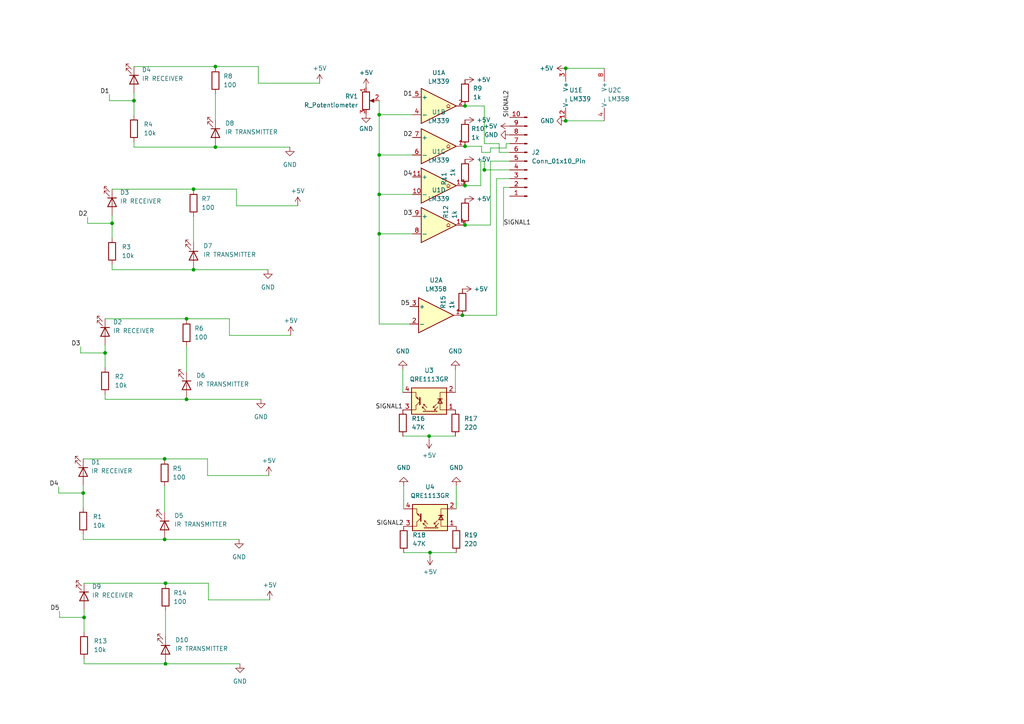
<source format=kicad_sch>
(kicad_sch (version 20230121) (generator eeschema)
  (paper "A4")
  (lib_symbols
    (symbol "Amplifier_Operational:LM358" (pin_names (offset 0.127))
      (property "Reference" "U" (at 0 5.08 0))
      (property "Value" "LM358" (at 0 -5.08 0))
      (symbol "LM358_1_1"
        (polyline (pts (xy -5.08 5.08) (xy 5.08 0) (xy -5.08 -5.08) (xy -5.08 5.08)) (stroke (width 0.254)) (fill (type background)))
        (pin output line (at 7.62 0 180) (length 2.54) (name "~") (number "1"))
        (pin input line (at -7.62 -2.54 0) (length 2.54) (name "-") (number "2"))
        (pin input line (at -7.62 2.54 0) (length 2.54) (name "+") (number "3"))
      )
      (symbol "LM358_2_1"
        (polyline (pts (xy -5.08 5.08) (xy 5.08 0) (xy -5.08 -5.08) (xy -5.08 5.08)) (stroke (width 0.254)) (fill (type background)))
        (pin input line (at -7.62 2.54 0) (length 2.54) (name "+") (number "5"))
        (pin input line (at -7.62 -2.54 0) (length 2.54) (name "-") (number "6"))
        (pin output line (at 7.62 0 180) (length 2.54) (name "~") (number "7"))
      )
      (symbol "LM358_3_1"
        (pin power_in line (at -2.54 -7.62 90) (length 3.81) (name "V-") (number "4"))
        (pin power_in line (at -2.54 7.62 270) (length 3.81) (name "V+") (number "8"))
      )
    )
    (symbol "Comparator:LM339" (pin_names (offset 0.127))
      (property "Reference" "U" (at 0 5.08 0))
      (property "Value" "LM339" (at 0 -5.08 0))
      (symbol "LM339_1_1"
        (polyline (pts (xy -5.08 5.08) (xy 5.08 0) (xy -5.08 -5.08) (xy -5.08 5.08)) (stroke (width 0.254)) (fill (type background)))
        (polyline (pts (xy 3.302 -0.508) (xy 2.794 -0.508) (xy 3.302 0) (xy 2.794 0.508) (xy 2.286 0) (xy 2.794 -0.508) (xy 2.286 -0.508)) (stroke (width 0.127)))
        (pin open_collector line (at 7.62 0 180) (length 2.54) (name "~") (number "2"))
        (pin input line (at -7.62 -2.54 0) (length 2.54) (name "-") (number "4"))
        (pin input line (at -7.62 2.54 0) (length 2.54) (name "+") (number "5"))
      )
      (symbol "LM339_2_1"
        (polyline (pts (xy -5.08 5.08) (xy 5.08 0) (xy -5.08 -5.08) (xy -5.08 5.08)) (stroke (width 0.254)) (fill (type background)))
        (polyline (pts (xy 3.302 -0.508) (xy 2.794 -0.508) (xy 3.302 0) (xy 2.794 0.508) (xy 2.286 0) (xy 2.794 -0.508) (xy 2.286 -0.508)) (stroke (width 0.127)))
        (pin open_collector line (at 7.62 0 180) (length 2.54) (name "~") (number "1"))
        (pin input line (at -7.62 -2.54 0) (length 2.54) (name "-") (number "6"))
        (pin input line (at -7.62 2.54 0) (length 2.54) (name "+") (number "7"))
      )
      (symbol "LM339_3_1"
        (polyline (pts (xy -5.08 5.08) (xy 5.08 0) (xy -5.08 -5.08) (xy -5.08 5.08)) (stroke (width 0.254)) (fill (type background)))
        (polyline (pts (xy 3.302 -0.508) (xy 2.794 -0.508) (xy 3.302 0) (xy 2.794 0.508) (xy 2.286 0) (xy 2.794 -0.508) (xy 2.286 -0.508)) (stroke (width 0.127)))
        (pin input line (at -7.62 -2.54 0) (length 2.54) (name "-") (number "10"))
        (pin input line (at -7.62 2.54 0) (length 2.54) (name "+") (number "11"))
        (pin open_collector line (at 7.62 0 180) (length 2.54) (name "~") (number "13"))
      )
      (symbol "LM339_4_1"
        (polyline (pts (xy -5.08 5.08) (xy 5.08 0) (xy -5.08 -5.08) (xy -5.08 5.08)) (stroke (width 0.254)) (fill (type background)))
        (polyline (pts (xy 3.302 -0.508) (xy 2.794 -0.508) (xy 3.302 0) (xy 2.794 0.508) (xy 2.286 0) (xy 2.794 -0.508) (xy 2.286 -0.508)) (stroke (width 0.127)))
        (pin open_collector line (at 7.62 0 180) (length 2.54) (name "~") (number "14"))
        (pin input line (at -7.62 -2.54 0) (length 2.54) (name "-") (number "8"))
        (pin input line (at -7.62 2.54 0) (length 2.54) (name "+") (number "9"))
      )
      (symbol "LM339_5_1"
        (pin power_in line (at -2.54 -7.62 90) (length 3.81) (name "V-") (number "12"))
        (pin power_in line (at -2.54 7.62 270) (length 3.81) (name "V+") (number "3"))
      )
    )
    (symbol "Connector:Conn_01x10_Pin" (pin_names (offset 1.016) hide)
      (property "Reference" "J" (at 0 12.7 0))
      (property "Value" "Conn_01x10_Pin" (at 0 -15.24 0))
      (symbol "Conn_01x10_Pin_1_1"
        (polyline (pts (xy 1.27 -12.7) (xy 0.8636 -12.7)) (stroke (width 0.1524)))
        (polyline (pts (xy 1.27 -10.16) (xy 0.8636 -10.16)) (stroke (width 0.1524)))
        (polyline (pts (xy 1.27 -7.62) (xy 0.8636 -7.62)) (stroke (width 0.1524)))
        (polyline (pts (xy 1.27 -5.08) (xy 0.8636 -5.08)) (stroke (width 0.1524)))
        (polyline (pts (xy 1.27 -2.54) (xy 0.8636 -2.54)) (stroke (width 0.1524)))
        (polyline (pts (xy 1.27 0) (xy 0.8636 0)) (stroke (width 0.1524)))
        (polyline (pts (xy 1.27 2.54) (xy 0.8636 2.54)) (stroke (width 0.1524)))
        (polyline (pts (xy 1.27 5.08) (xy 0.8636 5.08)) (stroke (width 0.1524)))
        (polyline (pts (xy 1.27 7.62) (xy 0.8636 7.62)) (stroke (width 0.1524)))
        (polyline (pts (xy 1.27 10.16) (xy 0.8636 10.16)) (stroke (width 0.1524)))
        (rectangle (start 0.8636 -12.573) (end 0 -12.827) (stroke (width 0.1524)) (fill (type outline)))
        (rectangle (start 0.8636 -10.033) (end 0 -10.287) (stroke (width 0.1524)) (fill (type outline)))
        (rectangle (start 0.8636 -7.493) (end 0 -7.747) (stroke (width 0.1524)) (fill (type outline)))
        (rectangle (start 0.8636 -4.953) (end 0 -5.207) (stroke (width 0.1524)) (fill (type outline)))
        (rectangle (start 0.8636 -2.413) (end 0 -2.667) (stroke (width 0.1524)) (fill (type outline)))
        (rectangle (start 0.8636 0.127) (end 0 -0.127) (stroke (width 0.1524)) (fill (type outline)))
        (rectangle (start 0.8636 2.667) (end 0 2.413) (stroke (width 0.1524)) (fill (type outline)))
        (rectangle (start 0.8636 5.207) (end 0 4.953) (stroke (width 0.1524)) (fill (type outline)))
        (rectangle (start 0.8636 7.747) (end 0 7.493) (stroke (width 0.1524)) (fill (type outline)))
        (rectangle (start 0.8636 10.287) (end 0 10.033) (stroke (width 0.1524)) (fill (type outline)))
        (pin passive line (at 5.08 10.16 180) (length 3.81) (name "Pin_1") (number "1"))
        (pin passive line (at 5.08 -12.7 180) (length 3.81) (name "Pin_10") (number "10"))
        (pin passive line (at 5.08 7.62 180) (length 3.81) (name "Pin_2") (number "2"))
        (pin passive line (at 5.08 5.08 180) (length 3.81) (name "Pin_3") (number "3"))
        (pin passive line (at 5.08 2.54 180) (length 3.81) (name "Pin_4") (number "4"))
        (pin passive line (at 5.08 0 180) (length 3.81) (name "Pin_5") (number "5"))
        (pin passive line (at 5.08 -2.54 180) (length 3.81) (name "Pin_6") (number "6"))
        (pin passive line (at 5.08 -5.08 180) (length 3.81) (name "Pin_7") (number "7"))
        (pin passive line (at 5.08 -7.62 180) (length 3.81) (name "Pin_8") (number "8"))
        (pin passive line (at 5.08 -10.16 180) (length 3.81) (name "Pin_9") (number "9"))
      )
    )
    (symbol "Device:LED" (pin_numbers hide) (pin_names (offset 1.016) hide)
      (property "Reference" "D" (at 0 2.54 0))
      (property "Value" "LED" (at 0 -2.54 0))
      (symbol "LED_0_1"
        (polyline (pts (xy -1.27 -1.27) (xy -1.27 1.27)) (stroke (width 0.254)))
        (polyline (pts (xy -1.27 0) (xy 1.27 0)))
        (polyline (pts (xy 1.27 -1.27) (xy 1.27 1.27) (xy -1.27 0) (xy 1.27 -1.27)) (stroke (width 0.254)))
        (polyline (pts (xy -3.048 -0.762) (xy -4.572 -2.286) (xy -3.81 -2.286) (xy -4.572 -2.286) (xy -4.572 -1.524)))
        (polyline (pts (xy -1.778 -0.762) (xy -3.302 -2.286) (xy -2.54 -2.286) (xy -3.302 -2.286) (xy -3.302 -1.524)))
      )
      (symbol "LED_1_1"
        (pin passive line (at -3.81 0 0) (length 2.54) (name "K") (number "1"))
        (pin passive line (at 3.81 0 180) (length 2.54) (name "A") (number "2"))
      )
    )
    (symbol "Device:R" (pin_numbers hide) (pin_names (offset 0))
      (property "Reference" "R" (at 2.032 0 90))
      (property "Value" "R" (at 0 0 90))
      (symbol "R_0_1"
        (rectangle (start -1.016 -2.54) (end 1.016 2.54) (stroke (width 0.254)))
      )
      (symbol "R_1_1"
        (pin passive line (at 0 3.81 270) (length 1.27) (name "~") (number "1"))
        (pin passive line (at 0 -3.81 90) (length 1.27) (name "~") (number "2"))
      )
    )
    (symbol "Device:R_Potentiometer" (pin_names (offset 1.016) hide)
      (property "Reference" "RV" (at -4.445 0 90))
      (property "Value" "R_Potentiometer" (at -2.54 0 90))
      (symbol "R_Potentiometer_0_1"
        (polyline (pts (xy 2.54 0) (xy 1.524 0)))
        (polyline (pts (xy 1.143 0) (xy 2.286 0.508) (xy 2.286 -0.508) (xy 1.143 0)) (fill (type outline)))
        (rectangle (start 1.016 2.54) (end -1.016 -2.54) (stroke (width 0.254)))
      )
      (symbol "R_Potentiometer_1_1"
        (pin passive line (at 0 3.81 270) (length 1.27) (name "1") (number "1"))
        (pin passive line (at 3.81 0 180) (length 1.27) (name "2") (number "2"))
        (pin passive line (at 0 -3.81 90) (length 1.27) (name "3") (number "3"))
      )
    )
    (symbol "Sensor_Proximity:QRE1113GR" (pin_names (offset 0.0254) hide)
      (property "Reference" "U" (at -3.81 5.08 0))
      (property "Value" "QRE1113GR" (at 11.43 5.08 0))
      (symbol "QRE1113GR_0_1"
        (polyline (pts (xy -3.81 -0.635) (xy -2.54 -0.635)) (stroke (width 0.254)))
        (polyline (pts (xy -2.286 2.921) (xy -2.032 3.175)))
        (polyline (pts (xy -1.778 2.921) (xy -1.524 3.175)))
        (polyline (pts (xy -1.524 2.667) (xy -1.651 2.159)))
        (polyline (pts (xy -1.27 2.921) (xy -1.016 3.175)))
        (polyline (pts (xy -1.143 1.905) (xy -1.27 1.397)))
        (polyline (pts (xy -0.762 2.921) (xy -0.508 3.175)))
        (polyline (pts (xy -0.254 2.921) (xy 0 3.175)))
        (polyline (pts (xy 0.254 2.921) (xy 0.508 3.175)))
        (polyline (pts (xy 0.762 2.921) (xy 1.016 3.175)))
        (polyline (pts (xy 1.27 2.921) (xy 1.524 3.175)))
        (polyline (pts (xy 1.651 0.889) (xy 1.143 1.016)))
        (polyline (pts (xy 1.778 2.921) (xy -2.413 2.921)))
        (polyline (pts (xy 2.032 1.651) (xy 1.524 1.778)))
        (polyline (pts (xy 2.667 -0.127) (xy 3.81 -1.27)))
        (polyline (pts (xy 2.667 0.127) (xy 3.81 1.27)))
        (polyline (pts (xy -2.54 1.651) (xy -1.524 2.667) (xy -2.032 2.54)))
        (polyline (pts (xy -2.159 0.889) (xy -1.143 1.905) (xy -1.651 1.778)))
        (polyline (pts (xy 0.635 1.905) (xy 1.651 0.889) (xy 1.524 1.397)))
        (polyline (pts (xy 1.016 2.667) (xy 2.032 1.651) (xy 1.905 2.159)))
        (polyline (pts (xy 2.667 1.016) (xy 2.667 -1.016) (xy 2.667 -1.016)) (stroke (width 0.3556)))
        (polyline (pts (xy 3.81 -1.27) (xy 3.81 -2.54) (xy 5.08 -2.54)))
        (polyline (pts (xy 3.81 1.27) (xy 3.81 2.54) (xy 5.08 2.54)))
        (polyline (pts (xy -5.08 -2.54) (xy -3.175 -2.54) (xy -3.175 2.54) (xy -5.08 2.54)))
        (polyline (pts (xy -3.175 -0.635) (xy -3.81 0.635) (xy -2.54 0.635) (xy -3.175 -0.635)) (stroke (width 0.254)))
        (polyline (pts (xy 3.683 -1.143) (xy 3.429 -0.635) (xy 3.175 -0.889) (xy 3.683 -1.143)))
        (polyline (pts (xy -5.08 -3.81) (xy 5.08 -3.81) (xy 5.08 3.81) (xy -5.08 3.81) (xy -5.08 -3.81)) (stroke (width 0.254)) (fill (type background)))
      )
      (symbol "QRE1113GR_1_1"
        (pin passive line (at -7.62 2.54 0) (length 2.54) (name "A") (number "1"))
        (pin passive line (at -7.62 -2.54 0) (length 2.54) (name "K") (number "2"))
        (pin open_collector line (at 7.62 2.54 180) (length 2.54) (name "~") (number "3"))
        (pin open_emitter line (at 7.62 -2.54 180) (length 2.54) (name "~") (number "4"))
      )
    )
    (symbol "power:+5V" (power) (pin_names (offset 0))
      (property "Value" "+5V" (at 0 3.556 0))
      (symbol "+5V_0_1"
        (polyline (pts (xy -0.762 1.27) (xy 0 2.54)))
        (polyline (pts (xy 0 0) (xy 0 2.54)))
        (polyline (pts (xy 0 2.54) (xy 0.762 1.27)))
      )
      (symbol "+5V_1_1"
        (pin power_in line (at 0 0 90) (length 0) hide (name "+5V") (number "1"))
      )
    )
    (symbol "power:GND" (power) (pin_names (offset 0))
      (property "Value" "GND" (at 0 -3.81 0))
      (symbol "GND_0_1"
        (polyline (pts (xy 0 0) (xy 0 -1.27) (xy 1.27 -1.27) (xy 0 -2.54) (xy -1.27 -1.27) (xy 0 -1.27)))
      )
      (symbol "GND_1_1"
        (pin power_in line (at 0 0 270) (length 0) hide (name "GND") (number "1"))
      )
    )
  )
  (junction (at 47.752 156.464))
  (junction (at 124.714 160.274))
  (junction (at 109.982 33.274))
  (junction (at 24.13 143.002))
  (junction (at 134.874 53.848))
  (junction (at 109.982 67.818))
  (junction (at 134.874 65.278))
  (junction (at 56.134 78.232))
  (junction (at 134.874 42.418))
  (junction (at 48.006 192.532))
  (junction (at 164.084 19.812))
  (junction (at 30.48 102.362))
  (junction (at 140.462 49.276))
  (junction (at 109.982 56.388))
  (junction (at 56.134 54.864))
  (junction (at 48.006 169.164))
  (junction (at 109.982 44.958))
  (junction (at 32.512 64.77))
  (junction (at 24.384 179.07))
  (junction (at 134.112 91.44))
  (junction (at 62.484 42.672))
  (junction (at 164.084 35.052))
  (junction (at 47.752 133.096))
  (junction (at 134.874 30.734))
  (junction (at 54.102 92.456))
  (junction (at 54.102 115.824))
  (junction (at 38.862 29.21))
  (junction (at 124.46 126.492))
  (junction (at 62.484 19.304))
  (wire (pts (xy 48.006 177.038) (xy 48.006 184.658)))
  (wire (pts (xy 75.692 115.824) (xy 54.102 115.824)))
  (wire (pts (xy 60.198 137.922) (xy 60.198 133.096)))
  (wire (pts (xy 139.446 46.736) (xy 139.446 53.848)))
  (wire (pts (xy 78.232 173.99) (xy 60.452 173.99)))
  (wire (pts (xy 47.752 133.096) (xy 47.752 133.35)))
  (wire (pts (xy 109.982 44.958) (xy 109.982 56.388)))
  (wire (pts (xy 24.384 183.388) (xy 24.384 179.07)))
  (wire (pts (xy 23.368 102.362) (xy 30.48 102.362)))
  (wire (pts (xy 66.548 97.282) (xy 66.548 92.456)))
  (wire (pts (xy 62.484 27.178) (xy 62.484 34.798)))
  (wire (pts (xy 54.102 115.57) (xy 54.102 115.824)))
  (wire (pts (xy 30.48 92.456) (xy 54.102 92.456)))
  (wire (pts (xy 60.198 133.096) (xy 47.752 133.096)))
  (wire (pts (xy 144.018 91.44) (xy 134.112 91.44)))
  (wire (pts (xy 62.484 19.304) (xy 62.484 19.558)))
  (wire (pts (xy 24.13 154.94) (xy 24.13 156.464)))
  (wire (pts (xy 69.596 192.532) (xy 48.006 192.532)))
  (wire (pts (xy 17.018 141.224) (xy 17.018 143.002)))
  (wire (pts (xy 117.094 160.274) (xy 124.714 160.274)))
  (wire (pts (xy 38.862 29.21) (xy 38.862 26.924)))
  (wire (pts (xy 139.446 46.736) (xy 140.462 46.736)))
  (wire (pts (xy 134.874 30.734) (xy 140.462 30.734)))
  (wire (pts (xy 146.812 41.656) (xy 147.828 41.656)))
  (wire (pts (xy 38.862 42.672) (xy 62.484 42.672)))
  (wire (pts (xy 24.13 147.32) (xy 24.13 143.002)))
  (wire (pts (xy 68.58 59.69) (xy 68.58 54.864)))
  (wire (pts (xy 24.384 191.008) (xy 24.384 192.532)))
  (wire (pts (xy 119.634 56.388) (xy 109.982 56.388)))
  (wire (pts (xy 117.094 140.97) (xy 117.094 147.574)))
  (wire (pts (xy 24.13 143.002) (xy 24.13 140.716)))
  (wire (pts (xy 24.384 169.164) (xy 48.006 169.164)))
  (wire (pts (xy 31.75 27.432) (xy 31.75 29.21)))
  (wire (pts (xy 147.828 51.816) (xy 144.018 51.816)))
  (wire (pts (xy 54.102 100.33) (xy 54.102 107.95)))
  (wire (pts (xy 68.58 54.864) (xy 56.134 54.864)))
  (wire (pts (xy 31.75 29.21) (xy 38.862 29.21)))
  (wire (pts (xy 142.24 44.196) (xy 142.24 42.926)))
  (wire (pts (xy 139.7 42.418) (xy 134.874 42.418)))
  (wire (pts (xy 146.05 65.532) (xy 146.05 54.356)))
  (wire (pts (xy 124.46 126.492) (xy 132.08 126.492)))
  (wire (pts (xy 48.006 169.164) (xy 48.006 169.418)))
  (wire (pts (xy 25.4 64.77) (xy 32.512 64.77)))
  (wire (pts (xy 56.134 77.978) (xy 56.134 78.232)))
  (wire (pts (xy 54.102 92.456) (xy 54.102 92.71)))
  (wire (pts (xy 140.462 46.736) (xy 140.462 49.276)))
  (wire (pts (xy 48.006 192.278) (xy 48.006 192.532)))
  (wire (pts (xy 144.78 41.656) (xy 144.78 44.196)))
  (wire (pts (xy 32.512 64.77) (xy 32.512 62.484)))
  (wire (pts (xy 164.084 35.052) (xy 175.26 35.052)))
  (wire (pts (xy 132.334 140.97) (xy 132.334 147.574)))
  (wire (pts (xy 30.48 106.68) (xy 30.48 102.362)))
  (wire (pts (xy 124.714 160.274) (xy 132.334 160.274)))
  (wire (pts (xy 109.982 29.21) (xy 109.982 33.274)))
  (wire (pts (xy 116.84 126.492) (xy 124.46 126.492)))
  (wire (pts (xy 56.134 62.738) (xy 56.134 70.358)))
  (wire (pts (xy 142.24 46.736) (xy 147.828 46.736)))
  (wire (pts (xy 77.724 78.232) (xy 56.134 78.232)))
  (wire (pts (xy 139.7 44.196) (xy 142.24 44.196)))
  (wire (pts (xy 23.368 100.584) (xy 23.368 102.362)))
  (wire (pts (xy 124.714 161.29) (xy 124.714 160.274)))
  (wire (pts (xy 32.512 69.088) (xy 32.512 64.77)))
  (wire (pts (xy 24.13 156.464) (xy 47.752 156.464)))
  (wire (pts (xy 24.384 179.07) (xy 24.384 176.784)))
  (wire (pts (xy 142.24 65.278) (xy 134.874 65.278)))
  (wire (pts (xy 144.018 51.816) (xy 144.018 91.44)))
  (wire (pts (xy 139.7 44.196) (xy 139.7 42.418)))
  (wire (pts (xy 142.24 46.736) (xy 142.24 65.278)))
  (wire (pts (xy 56.134 54.864) (xy 56.134 55.118)))
  (wire (pts (xy 17.018 143.002) (xy 24.13 143.002)))
  (wire (pts (xy 32.512 76.708) (xy 32.512 78.232)))
  (wire (pts (xy 77.978 137.922) (xy 60.198 137.922)))
  (wire (pts (xy 140.462 41.656) (xy 144.78 41.656)))
  (wire (pts (xy 132.08 107.188) (xy 132.08 113.792)))
  (wire (pts (xy 140.462 41.656) (xy 140.462 30.734)))
  (wire (pts (xy 86.36 59.69) (xy 68.58 59.69)))
  (wire (pts (xy 30.48 114.3) (xy 30.48 115.824)))
  (wire (pts (xy 30.48 102.362) (xy 30.48 100.076)))
  (wire (pts (xy 30.48 115.824) (xy 54.102 115.824)))
  (wire (pts (xy 47.752 140.97) (xy 47.752 148.59)))
  (wire (pts (xy 66.548 92.456) (xy 54.102 92.456)))
  (wire (pts (xy 32.512 78.232) (xy 56.134 78.232)))
  (wire (pts (xy 146.05 54.356) (xy 147.828 54.356)))
  (wire (pts (xy 118.872 93.98) (xy 109.982 93.98)))
  (wire (pts (xy 146.812 42.926) (xy 146.812 41.656)))
  (wire (pts (xy 60.452 169.164) (xy 48.006 169.164)))
  (wire (pts (xy 109.982 33.274) (xy 109.982 44.958)))
  (wire (pts (xy 25.4 62.992) (xy 25.4 64.77)))
  (wire (pts (xy 38.862 19.304) (xy 62.484 19.304)))
  (wire (pts (xy 124.46 127.508) (xy 124.46 126.492)))
  (wire (pts (xy 140.462 49.276) (xy 147.828 49.276)))
  (wire (pts (xy 38.862 41.148) (xy 38.862 42.672)))
  (wire (pts (xy 92.71 24.13) (xy 74.93 24.13)))
  (wire (pts (xy 60.452 173.99) (xy 60.452 169.164)))
  (wire (pts (xy 32.512 54.864) (xy 56.134 54.864)))
  (wire (pts (xy 62.484 42.418) (xy 62.484 42.672)))
  (wire (pts (xy 144.78 44.196) (xy 147.828 44.196)))
  (wire (pts (xy 116.84 107.188) (xy 116.84 113.792)))
  (wire (pts (xy 109.982 67.818) (xy 119.634 67.818)))
  (wire (pts (xy 17.272 177.292) (xy 17.272 179.07)))
  (wire (pts (xy 69.342 156.464) (xy 47.752 156.464)))
  (wire (pts (xy 24.384 192.532) (xy 48.006 192.532)))
  (wire (pts (xy 24.13 133.096) (xy 47.752 133.096)))
  (wire (pts (xy 38.862 33.528) (xy 38.862 29.21)))
  (wire (pts (xy 74.93 19.304) (xy 62.484 19.304)))
  (wire (pts (xy 74.93 24.13) (xy 74.93 19.304)))
  (wire (pts (xy 84.328 97.282) (xy 66.548 97.282)))
  (wire (pts (xy 109.982 56.388) (xy 109.982 67.818)))
  (wire (pts (xy 140.462 49.276) (xy 140.462 49.784)))
  (wire (pts (xy 175.26 19.812) (xy 164.084 19.812)))
  (wire (pts (xy 139.446 53.848) (xy 134.874 53.848)))
  (wire (pts (xy 119.634 44.958) (xy 109.982 44.958)))
  (wire (pts (xy 17.272 179.07) (xy 24.384 179.07)))
  (wire (pts (xy 47.752 156.21) (xy 47.752 156.464)))
  (wire (pts (xy 142.24 42.926) (xy 146.812 42.926)))
  (wire (pts (xy 109.982 33.274) (xy 119.634 33.274)))
  (wire (pts (xy 84.074 42.672) (xy 62.484 42.672)))
  (wire (pts (xy 109.982 93.98) (xy 109.982 67.818)))
  (label "D1" (at 119.634 28.194 180))
  (label "D4" (at 17.018 141.224 180))
  (label "SIGNAL1" (at 146.05 65.532 0))
  (label "D1" (at 31.75 27.432 180))
  (label "D5" (at 118.872 88.9 180))
  (label "SIGNAL1" (at 116.84 118.872 180))
  (label "D5" (at 17.272 177.292 180))
  (label "D3" (at 119.634 62.738 180))
  (label "SIGNAL2" (at 117.094 152.654 180))
  (label "D2" (at 25.4 62.992 180))
  (label "D4" (at 119.634 51.308 180))
  (label "SIGNAL2" (at 147.828 34.036 90))
  (label "D3" (at 23.368 100.584 180))
  (label "D2" (at 119.634 39.878 180))
  (symbol (lib_id "Device:R") (at 32.512 72.898 0) (unit 1)
    (property "Reference" "R3" (at 35.306 71.628 0) (effects (justify left)))
    (property "Value" "10k" (at 35.306 74.168 0) (effects (justify left)))
    (property "Footprint" "Resistor_THT:R_Axial_DIN0411_L9.9mm_D3.6mm_P5.08mm_Vertical" (effects hide))
  )
  (symbol (lib_id "Device:LED") (at 32.512 58.674 270) (unit 1)
    (property "Reference" "D3" (at 34.798 55.8165 90) (effects (justify left)))
    (property "Value" "IR RECEIVER" (at 34.798 58.3565 90) (effects (justify left)))
    (property "Footprint" "LED_THT:LED_D5.0mm" (effects hide))
  )
  (symbol (lib_id "Device:LED") (at 38.862 23.114 270) (unit 1)
    (property "Reference" "D4" (at 41.148 20.2565 90) (effects (justify left)))
    (property "Value" "IR RECEIVER" (at 41.148 22.7965 90) (effects (justify left)))
    (property "Footprint" "LED_THT:LED_D5.0mm" (effects hide))
  )
  (symbol (lib_id "power:+5V") (at 92.71 24.13 0) (unit 1)
    (property "Reference" "#PWR08" (effects hide))
    (property "Value" "+5V" (at 92.71 19.812 0))
  )
  (symbol (lib_id "Device:LED") (at 48.006 188.468 270) (unit 1)
    (property "Reference" "D10" (at 50.8 185.6105 90) (effects (justify left)))
    (property "Value" "IR TRANSMITTER" (at 50.8 188.1505 90) (effects (justify left)))
    (property "Footprint" "LED_THT:LED_D5.0mm" (effects hide))
  )
  (symbol (lib_id "power:+5V") (at 124.714 161.29 180) (unit 1)
    (property "Reference" "#PWR026" (effects hide))
    (property "Value" "+5V" (at 124.714 165.862 0))
  )
  (symbol (lib_id "power:GND") (at 84.074 42.672 0) (unit 1)
    (property "Reference" "#PWR05" (effects hide))
    (property "Value" "GND" (at 84.074 47.752 0))
  )
  (symbol (lib_id "Device:R") (at 134.874 38.608 180) (unit 1)
    (property "Reference" "R10" (at 136.652 37.338 0) (effects (justify right)))
    (property "Value" "1k" (at 136.652 39.878 0) (effects (justify right)))
    (property "Footprint" "Resistor_SMD:R_1206_3216Metric_Pad1.30x1.75mm_HandSolder" (effects hide))
  )
  (symbol (lib_id "Device:LED") (at 56.134 74.168 270) (unit 1)
    (property "Reference" "D7" (at 58.928 71.3105 90) (effects (justify left)))
    (property "Value" "IR TRANSMITTER" (at 58.928 73.8505 90) (effects (justify left)))
    (property "Footprint" "LED_THT:LED_D5.0mm" (effects hide))
  )
  (symbol (lib_id "Device:R") (at 56.134 58.928 0) (unit 1)
    (property "Reference" "R7" (at 58.42 57.658 0) (effects (justify left)))
    (property "Value" "100" (at 58.42 60.198 0) (effects (justify left)))
    (property "Footprint" "Resistor_SMD:R_1206_3216Metric_Pad1.30x1.75mm_HandSolder" (effects hide))
  )
  (symbol (lib_id "Device:LED") (at 62.484 38.608 270) (unit 1)
    (property "Reference" "D8" (at 65.278 35.7505 90) (effects (justify left)))
    (property "Value" "IR TRANSMITTER" (at 65.278 38.2905 90) (effects (justify left)))
    (property "Footprint" "LED_THT:LED_D5.0mm" (effects hide))
  )
  (symbol (lib_id "power:+5V") (at 124.46 127.508 180) (unit 1)
    (property "Reference" "#PWR023" (effects hide))
    (property "Value" "+5V" (at 124.46 132.08 0))
  )
  (symbol (lib_id "Device:R") (at 117.094 156.464 0) (unit 1)
    (property "Reference" "R18" (at 119.634 155.194 0) (effects (justify left)))
    (property "Value" "47K" (at 119.634 157.734 0) (effects (justify left)))
    (property "Footprint" "Resistor_SMD:R_1206_3216Metric_Pad1.30x1.75mm_HandSolder" (effects hide))
  )
  (symbol (lib_id "power:+5V") (at 134.874 23.114 270) (unit 1)
    (property "Reference" "#PWR011" (effects hide))
    (property "Value" "+5V" (at 138.176 23.114 90) (effects (justify left)))
  )
  (symbol (lib_id "power:+5V") (at 86.36 59.69 0) (unit 1)
    (property "Reference" "#PWR07" (effects hide))
    (property "Value" "+5V" (at 86.36 55.372 0))
  )
  (symbol (lib_id "power:GND") (at 69.596 192.532 0) (unit 1)
    (property "Reference" "#PWR019" (effects hide))
    (property "Value" "GND" (at 69.596 197.612 0))
  )
  (symbol (lib_id "Device:LED") (at 24.13 136.906 270) (unit 1)
    (property "Reference" "D1" (at 26.416 134.0485 90) (effects (justify left)))
    (property "Value" "IR RECEIVER" (at 26.416 136.5885 90) (effects (justify left)))
    (property "Footprint" "LED_THT:LED_D5.0mm" (effects hide))
  )
  (symbol (lib_id "Device:LED") (at 47.752 152.4 270) (unit 1)
    (property "Reference" "D5" (at 50.546 149.5425 90) (effects (justify left)))
    (property "Value" "IR TRANSMITTER" (at 50.546 152.0825 90) (effects (justify left)))
    (property "Footprint" "LED_THT:LED_D5.0mm" (effects hide))
  )
  (symbol (lib_id "power:+5V") (at 134.874 46.228 270) (unit 1)
    (property "Reference" "#PWR013" (effects hide))
    (property "Value" "+5V" (at 138.176 46.228 90) (effects (justify left)))
  )
  (symbol (lib_id "Device:R") (at 134.874 26.924 180) (unit 1)
    (property "Reference" "R9" (at 137.16 25.654 0) (effects (justify right)))
    (property "Value" "1k" (at 137.16 28.194 0) (effects (justify right)))
    (property "Footprint" "Resistor_SMD:R_1206_3216Metric_Pad1.30x1.75mm_HandSolder" (effects hide))
  )
  (symbol (lib_id "Comparator:LM339") (at 127.254 30.734 0) (unit 1)
    (property "Reference" "U1" (at 127.254 21.082 0))
    (property "Value" "LM339" (at 127.254 23.622 0))
    (property "Footprint" "Package_SO:SO-14_3.9x8.65mm_P1.27mm" (effects hide))
    (property "Datasheet" "https://www.st.com/resource/en/datasheet/lm139.pdf" (effects hide))
  )
  (symbol (lib_id "Comparator:LM339") (at 127.254 65.278 0) (unit 4)
    (property "Reference" "U1" (at 127.254 55.118 0))
    (property "Value" "LM339" (at 127.254 57.658 0))
    (property "Footprint" "Package_SO:SO-14_3.9x8.65mm_P1.27mm" (effects hide))
    (property "Datasheet" "https://www.st.com/resource/en/datasheet/lm139.pdf" (effects hide))
  )
  (symbol (lib_id "Device:LED") (at 30.48 96.266 270) (unit 1)
    (property "Reference" "D2" (at 32.766 93.4085 90) (effects (justify left)))
    (property "Value" "IR RECEIVER" (at 32.766 95.9485 90) (effects (justify left)))
    (property "Footprint" "LED_THT:LED_D5.0mm" (effects hide))
  )
  (symbol (lib_id "Comparator:LM339") (at 166.624 27.432 0) (unit 5)
    (property "Reference" "U1" (at 165.1 26.162 0) (effects (justify left)))
    (property "Value" "LM339" (at 165.1 28.702 0) (effects (justify left)))
    (property "Footprint" "Package_SO:SO-14_3.9x8.65mm_P1.27mm" (effects hide))
    (property "Datasheet" "https://www.st.com/resource/en/datasheet/lm139.pdf" (effects hide))
  )
  (symbol (lib_id "Device:R") (at 132.334 156.464 0) (unit 1)
    (property "Reference" "R19" (at 134.62 155.194 0) (effects (justify left)))
    (property "Value" "220" (at 134.62 157.734 0) (effects (justify left)))
    (property "Footprint" "Resistor_SMD:R_1206_3216Metric_Pad1.30x1.75mm_HandSolder" (effects hide))
  )
  (symbol (lib_id "Device:R") (at 30.48 110.49 0) (unit 1)
    (property "Reference" "R2" (at 33.274 109.22 0) (effects (justify left)))
    (property "Value" "10k" (at 33.274 111.76 0) (effects (justify left)))
    (property "Footprint" "Resistor_THT:R_Axial_DIN0411_L9.9mm_D3.6mm_P5.08mm_Vertical" (effects hide))
  )
  (symbol (lib_id "Connector:Conn_01x10_Pin") (at 152.908 46.736 180) (unit 1)
    (property "Reference" "J2" (at 154.178 44.196 0) (effects (justify right)))
    (property "Value" "Conn_01x10_Pin" (at 154.178 46.736 0) (effects (justify right)))
    (property "Footprint" "Connector_PinHeader_2.54mm:PinHeader_1x10_P2.54mm_Vertical" (effects hide))
  )
  (symbol (lib_id "Device:LED") (at 24.384 172.974 270) (unit 1)
    (property "Reference" "D9" (at 26.67 170.1165 90) (effects (justify left)))
    (property "Value" "IR RECEIVER" (at 26.67 172.6565 90) (effects (justify left)))
    (property "Footprint" "LED_THT:LED_D5.0mm" (effects hide))
  )
  (symbol (lib_id "power:GND") (at 117.094 140.97 180) (unit 1)
    (property "Reference" "#PWR025" (effects hide))
    (property "Value" "GND" (at 117.094 135.636 0))
  )
  (symbol (lib_id "power:GND") (at 75.692 115.824 0) (unit 1)
    (property "Reference" "#PWR02" (effects hide))
    (property "Value" "GND" (at 75.692 120.904 0))
  )
  (symbol (lib_id "power:+5V") (at 106.172 25.4 0) (unit 1)
    (property "Reference" "#PWR09" (effects hide))
    (property "Value" "+5V" (at 106.172 21.082 0))
  )
  (symbol (lib_id "Device:R") (at 62.484 23.368 0) (unit 1)
    (property "Reference" "R8" (at 64.77 22.098 0) (effects (justify left)))
    (property "Value" "100" (at 64.77 24.638 0) (effects (justify left)))
    (property "Footprint" "Resistor_SMD:R_1206_3216Metric_Pad1.30x1.75mm_HandSolder" (effects hide))
  )
  (symbol (lib_id "power:+5V") (at 78.232 173.99 0) (unit 1)
    (property "Reference" "#PWR020" (effects hide))
    (property "Value" "+5V" (at 78.232 169.672 0))
  )
  (symbol (lib_id "power:+5V") (at 164.084 19.812 90) (unit 1)
    (property "Reference" "#PWR017" (effects hide))
    (property "Value" "+5V" (at 160.528 19.812 90) (effects (justify left)))
  )
  (symbol (lib_id "Device:LED") (at 54.102 111.76 270) (unit 1)
    (property "Reference" "D6" (at 56.896 108.9025 90) (effects (justify left)))
    (property "Value" "IR TRANSMITTER" (at 56.896 111.4425 90) (effects (justify left)))
    (property "Footprint" "LED_THT:LED_D5.0mm" (effects hide))
  )
  (symbol (lib_id "power:GND") (at 69.342 156.464 0) (unit 1)
    (property "Reference" "#PWR01" (effects hide))
    (property "Value" "GND" (at 69.342 161.544 0))
  )
  (symbol (lib_id "Device:R") (at 134.112 87.63 180) (unit 1)
    (property "Reference" "R15" (at 128.524 87.63 90))
    (property "Value" "1k" (at 131.064 88.392 90))
    (property "Footprint" "Resistor_SMD:R_1206_3216Metric_Pad1.30x1.75mm_HandSolder" (effects hide))
  )
  (symbol (lib_id "power:GND") (at 106.172 33.02 0) (unit 1)
    (property "Reference" "#PWR010" (effects hide))
    (property "Value" "GND" (at 106.172 37.338 0))
  )
  (symbol (lib_id "power:GND") (at 132.08 107.188 180) (unit 1)
    (property "Reference" "#PWR024" (effects hide))
    (property "Value" "GND" (at 132.08 101.854 0))
  )
  (symbol (lib_id "Device:R") (at 132.08 122.682 0) (unit 1)
    (property "Reference" "R17" (at 134.62 121.412 0) (effects (justify left)))
    (property "Value" "220" (at 134.62 123.952 0) (effects (justify left)))
    (property "Footprint" "Resistor_SMD:R_1206_3216Metric_Pad1.30x1.75mm_HandSolder" (effects hide))
  )
  (symbol (lib_id "power:+5V") (at 134.112 83.82 270) (unit 1)
    (property "Reference" "#PWR021" (effects hide))
    (property "Value" "+5V" (at 137.414 83.82 90) (effects (justify left)))
  )
  (symbol (lib_id "power:+5V") (at 84.328 97.282 0) (unit 1)
    (property "Reference" "#PWR06" (effects hide))
    (property "Value" "+5V" (at 84.328 92.964 0))
  )
  (symbol (lib_id "Comparator:LM339") (at 127.254 53.848 0) (unit 3)
    (property "Reference" "U1" (at 127.254 43.942 0))
    (property "Value" "LM339" (at 127.254 46.482 0))
    (property "Footprint" "Package_SO:SO-14_3.9x8.65mm_P1.27mm" (effects hide))
    (property "Datasheet" "https://www.st.com/resource/en/datasheet/lm139.pdf" (effects hide))
  )
  (symbol (lib_id "Device:R") (at 116.84 122.682 0) (unit 1)
    (property "Reference" "R16" (at 119.38 121.412 0) (effects (justify left)))
    (property "Value" "47K" (at 119.38 123.952 0) (effects (justify left)))
    (property "Footprint" "Resistor_SMD:R_1206_3216Metric_Pad1.30x1.75mm_HandSolder" (effects hide))
  )
  (symbol (lib_id "Device:R") (at 24.384 187.198 0) (unit 1)
    (property "Reference" "R13" (at 27.178 185.928 0) (effects (justify left)))
    (property "Value" "10k" (at 27.178 188.468 0) (effects (justify left)))
    (property "Footprint" "Resistor_THT:R_Axial_DIN0411_L9.9mm_D3.6mm_P5.08mm_Vertical" (effects hide))
  )
  (symbol (lib_id "power:GND") (at 77.724 78.232 0) (unit 1)
    (property "Reference" "#PWR03" (effects hide))
    (property "Value" "GND" (at 77.724 83.312 0))
  )
  (symbol (lib_id "power:GND") (at 132.334 140.97 180) (unit 1)
    (property "Reference" "#PWR027" (effects hide))
    (property "Value" "GND" (at 132.334 135.636 0))
  )
  (symbol (lib_id "Device:R") (at 134.874 50.038 180) (unit 1)
    (property "Reference" "R11" (at 128.778 51.816 90))
    (property "Value" "1k" (at 131.318 50.038 90))
    (property "Footprint" "Resistor_SMD:R_1206_3216Metric_Pad1.30x1.75mm_HandSolder" (effects hide))
  )
  (symbol (lib_id "power:+5V") (at 134.874 57.658 270) (unit 1)
    (property "Reference" "#PWR014" (effects hide))
    (property "Value" "+5V" (at 138.176 57.658 90) (effects (justify left)))
  )
  (symbol (lib_id "Device:R") (at 47.752 137.16 0) (unit 1)
    (property "Reference" "R5" (at 50.038 135.89 0) (effects (justify left)))
    (property "Value" "100" (at 50.038 138.43 0) (effects (justify left)))
    (property "Footprint" "Resistor_SMD:R_1206_3216Metric_Pad1.30x1.75mm_HandSolder" (effects hide))
  )
  (symbol (lib_id "power:+5V") (at 77.978 137.922 0) (unit 1)
    (property "Reference" "#PWR04" (effects hide))
    (property "Value" "+5V" (at 77.978 133.604 0))
  )
  (symbol (lib_id "Amplifier_Operational:LM358") (at 126.492 91.44 0) (unit 1)
    (property "Reference" "U2" (at 126.492 81.28 0))
    (property "Value" "LM358" (at 126.492 83.82 0))
    (property "Footprint" "Package_SO:SOIC-8_3.9x4.9mm_P1.27mm" (effects hide))
    (property "Datasheet" "http://www.ti.com/lit/ds/symlink/lm2904-n.pdf" (effects hide))
  )
  (symbol (lib_id "power:+5V") (at 134.874 34.798 270) (unit 1)
    (property "Reference" "#PWR012" (effects hide))
    (property "Value" "+5V" (at 138.176 34.798 90) (effects (justify left)))
  )
  (symbol (lib_id "Device:R_Potentiometer") (at 106.172 29.21 0) (unit 1)
    (property "Reference" "RV1" (at 103.886 27.94 0) (effects (justify right)))
    (property "Value" "R_Potentiometer" (at 103.886 30.48 0) (effects (justify right)))
    (property "Footprint" "Potentiometer_THT:Potentiometer_Bourns_3299W_Vertical" (effects hide))
  )
  (symbol (lib_id "Device:R") (at 48.006 173.228 0) (unit 1)
    (property "Reference" "R14" (at 50.292 171.958 0) (effects (justify left)))
    (property "Value" "100" (at 50.292 174.498 0) (effects (justify left)))
    (property "Footprint" "Resistor_SMD:R_1206_3216Metric_Pad1.30x1.75mm_HandSolder" (effects hide))
  )
  (symbol (lib_id "power:GND") (at 116.84 107.188 180) (unit 1)
    (property "Reference" "#PWR022" (effects hide))
    (property "Value" "GND" (at 116.84 101.854 0))
  )
  (symbol (lib_id "Device:R") (at 134.874 61.468 180) (unit 1)
    (property "Reference" "R12" (at 129.286 61.468 90))
    (property "Value" "1k" (at 131.826 62.23 90))
    (property "Footprint" "Resistor_SMD:R_1206_3216Metric_Pad1.30x1.75mm_HandSolder" (effects hide))
  )
  (symbol (lib_id "power:+5V") (at 147.828 36.576 90) (unit 1)
    (property "Reference" "#PWR015" (effects hide))
    (property "Value" "+5V" (at 144.272 36.576 90) (effects (justify left)))
  )
  (symbol (lib_id "Sensor_Proximity:QRE1113GR") (at 124.714 150.114 180) (unit 1)
    (property "Reference" "U4" (at 124.714 141.224 0))
    (property "Value" "QRE1113GR" (at 124.714 143.764 0))
    (property "Footprint" "OptoDevice:OnSemi_CASE100CY" (effects hide))
    (property "Datasheet" "http://www.onsemi.com/pub/Collateral/QRE1113-D.PDF" (effects hide))
  )
  (symbol (lib_id "Device:R") (at 54.102 96.52 0) (unit 1)
    (property "Reference" "R6" (at 56.388 95.25 0) (effects (justify left)))
    (property "Value" "100" (at 56.388 97.79 0) (effects (justify left)))
    (property "Footprint" "Resistor_SMD:R_1206_3216Metric_Pad1.30x1.75mm_HandSolder" (effects hide))
  )
  (symbol (lib_id "power:GND") (at 164.084 35.052 270) (unit 1)
    (property "Reference" "#PWR018" (effects hide))
    (property "Value" "GND" (at 160.782 35.052 90) (effects (justify right)))
  )
  (symbol (lib_id "Sensor_Proximity:QRE1113GR") (at 124.46 116.332 180) (unit 1)
    (property "Reference" "U3" (at 124.46 107.442 0))
    (property "Value" "QRE1113GR" (at 124.46 109.982 0))
    (property "Footprint" "OptoDevice:OnSemi_CASE100CY" (effects hide))
    (property "Datasheet" "http://www.onsemi.com/pub/Collateral/QRE1113-D.PDF" (effects hide))
  )
  (symbol (lib_id "Device:R") (at 24.13 151.13 0) (unit 1)
    (property "Reference" "R1" (at 26.924 149.86 0) (effects (justify left)))
    (property "Value" "10k" (at 26.924 152.4 0) (effects (justify left)))
    (property "Footprint" "Resistor_THT:R_Axial_DIN0411_L9.9mm_D3.6mm_P5.08mm_Vertical" (effects hide))
  )
  (symbol (lib_id "Device:R") (at 38.862 37.338 0) (unit 1)
    (property "Reference" "R4" (at 41.656 36.068 0) (effects (justify left)))
    (property "Value" "10k" (at 41.656 38.608 0) (effects (justify left)))
    (property "Footprint" "Resistor_THT:R_Axial_DIN0411_L9.9mm_D3.6mm_P5.08mm_Vertical" (effects hide))
  )
  (symbol (lib_id "Comparator:LM339") (at 127.254 42.418 0) (unit 2)
    (property "Reference" "U1" (at 127.254 32.512 0))
    (property "Value" "LM339" (at 127.254 35.052 0))
    (property "Footprint" "Package_SO:SO-14_3.9x8.65mm_P1.27mm" (effects hide))
    (property "Datasheet" "https://www.st.com/resource/en/datasheet/lm139.pdf" (effects hide))
  )
  (symbol (lib_id "Amplifier_Operational:LM358") (at 177.8 27.432 0) (unit 3)
    (property "Reference" "U2" (at 176.276 26.162 0) (effects (justify left)))
    (property "Value" "LM358" (at 176.276 28.702 0) (effects (justify left)))
    (property "Footprint" "Package_SO:SOIC-8_3.9x4.9mm_P1.27mm" (effects hide))
    (property "Datasheet" "http://www.ti.com/lit/ds/symlink/lm2904-n.pdf" (effects hide))
  )
  (symbol (lib_id "power:GND") (at 147.828 39.116 270) (unit 1)
    (property "Reference" "#PWR016" (effects hide))
    (property "Value" "GND" (at 144.526 39.116 90) (effects (justify right)))
  )
)
</source>
